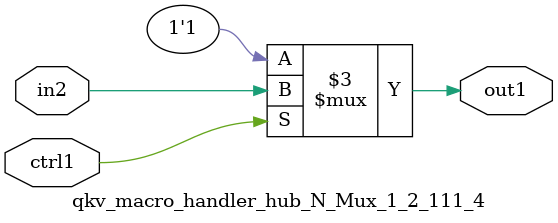
<source format=v>

`timescale 1ps / 1ps


module qkv_macro_handler_hub_N_Mux_1_2_111_4( in2, ctrl1, out1 );

    input in2;
    input ctrl1;
    output out1;
    reg out1;

    
    // rtl_process:qkv_macro_handler_hub_N_Mux_1_2_111_4/qkv_macro_handler_hub_N_Mux_1_2_111_4_thread_1
    always @*
      begin : qkv_macro_handler_hub_N_Mux_1_2_111_4_thread_1
        case (ctrl1) 
          1'b1: 
            begin
              out1 = in2;
            end
          default: 
            begin
              out1 = 1'b1;
            end
        endcase
      end

endmodule



</source>
